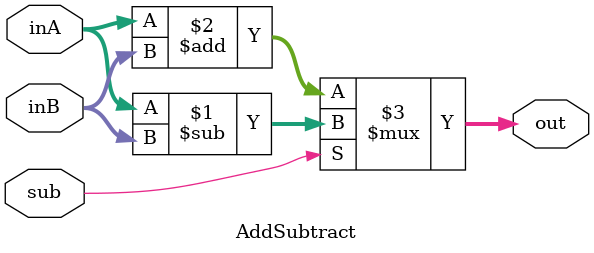
<source format=v>
module AddSubtract(inA,inB,sub,out);
	parameter n = 8;
	input [n-1:0]inA,inB;
	input sub;
	output [n-1:0]out;
	
assign out = sub? (inA-inB) : (inA+inB);

endmodule 
</source>
